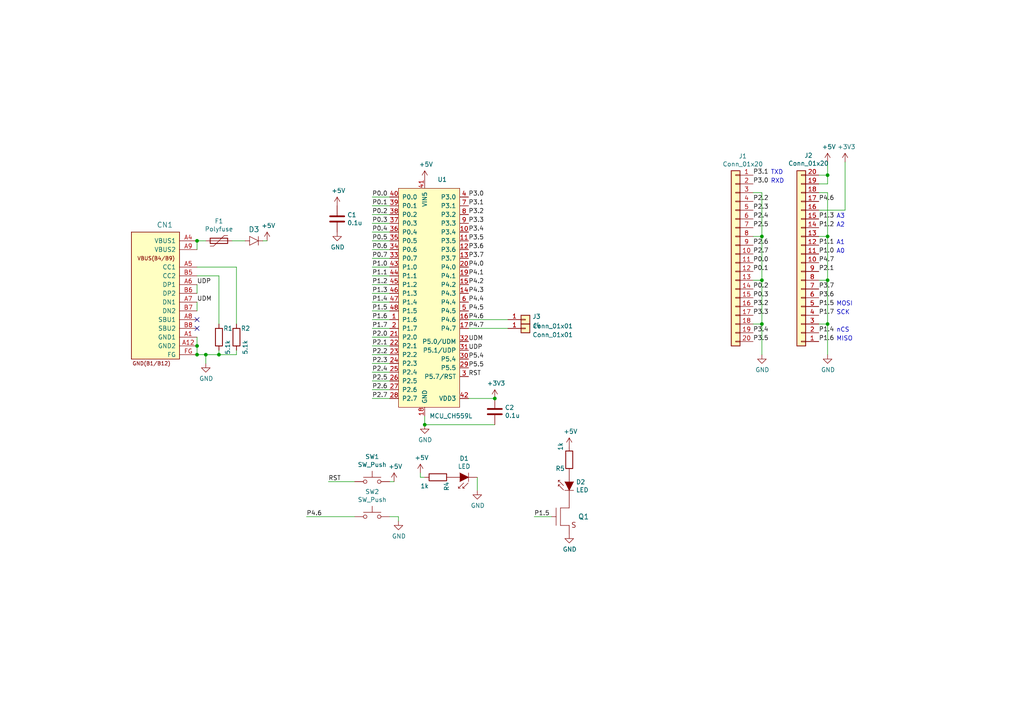
<source format=kicad_sch>
(kicad_sch (version 20211123) (generator eeschema)
  (paper "A4")
  (lib_symbols
    (symbol "Connector_Generic:Conn_01x01" (pin_names (offset 1.016) hide)
      (property "Reference" "J" (at 0 2.54 0))
      (property "Value" "Conn_01x01" (at 0 -2.54 0))
      (symbol "Conn_01x01_1_1"
        (rectangle (start -1.27 0.127) (end 0 -0.127) (stroke (width 0.1524)))
        (rectangle (start -1.27 1.27) (end 1.27 -1.27) (stroke (width 0.254)) (fill (type background)))
        (pin passive line (at -5.08 0 0) (length 3.81) (name "Pin_1") (number "1"))
      )
    )
    (symbol "Connector_Generic:Conn_01x20" (pin_names (offset 1.016) hide)
      (property "Reference" "J" (at 0 25.4 0))
      (property "Value" "Conn_01x20" (at 0 -27.94 0))
      (symbol "Conn_01x20_1_1"
        (rectangle (start -1.27 -25.273) (end 0 -25.527) (stroke (width 0.1524)))
        (rectangle (start -1.27 -22.733) (end 0 -22.987) (stroke (width 0.1524)))
        (rectangle (start -1.27 -20.193) (end 0 -20.447) (stroke (width 0.1524)))
        (rectangle (start -1.27 -17.653) (end 0 -17.907) (stroke (width 0.1524)))
        (rectangle (start -1.27 -15.113) (end 0 -15.367) (stroke (width 0.1524)))
        (rectangle (start -1.27 -12.573) (end 0 -12.827) (stroke (width 0.1524)))
        (rectangle (start -1.27 -10.033) (end 0 -10.287) (stroke (width 0.1524)))
        (rectangle (start -1.27 -7.493) (end 0 -7.747) (stroke (width 0.1524)))
        (rectangle (start -1.27 -4.953) (end 0 -5.207) (stroke (width 0.1524)))
        (rectangle (start -1.27 -2.413) (end 0 -2.667) (stroke (width 0.1524)))
        (rectangle (start -1.27 0.127) (end 0 -0.127) (stroke (width 0.1524)))
        (rectangle (start -1.27 2.667) (end 0 2.413) (stroke (width 0.1524)))
        (rectangle (start -1.27 5.207) (end 0 4.953) (stroke (width 0.1524)))
        (rectangle (start -1.27 7.747) (end 0 7.493) (stroke (width 0.1524)))
        (rectangle (start -1.27 10.287) (end 0 10.033) (stroke (width 0.1524)))
        (rectangle (start -1.27 12.827) (end 0 12.573) (stroke (width 0.1524)))
        (rectangle (start -1.27 15.367) (end 0 15.113) (stroke (width 0.1524)))
        (rectangle (start -1.27 17.907) (end 0 17.653) (stroke (width 0.1524)))
        (rectangle (start -1.27 20.447) (end 0 20.193) (stroke (width 0.1524)))
        (rectangle (start -1.27 22.987) (end 0 22.733) (stroke (width 0.1524)))
        (rectangle (start -1.27 24.13) (end 1.27 -26.67) (stroke (width 0.254)) (fill (type background)))
        (pin passive line (at -5.08 22.86 0) (length 3.81) (name "Pin_1") (number "1"))
        (pin passive line (at -5.08 0 0) (length 3.81) (name "Pin_10") (number "10"))
        (pin passive line (at -5.08 -2.54 0) (length 3.81) (name "Pin_11") (number "11"))
        (pin passive line (at -5.08 -5.08 0) (length 3.81) (name "Pin_12") (number "12"))
        (pin passive line (at -5.08 -7.62 0) (length 3.81) (name "Pin_13") (number "13"))
        (pin passive line (at -5.08 -10.16 0) (length 3.81) (name "Pin_14") (number "14"))
        (pin passive line (at -5.08 -12.7 0) (length 3.81) (name "Pin_15") (number "15"))
        (pin passive line (at -5.08 -15.24 0) (length 3.81) (name "Pin_16") (number "16"))
        (pin passive line (at -5.08 -17.78 0) (length 3.81) (name "Pin_17") (number "17"))
        (pin passive line (at -5.08 -20.32 0) (length 3.81) (name "Pin_18") (number "18"))
        (pin passive line (at -5.08 -22.86 0) (length 3.81) (name "Pin_19") (number "19"))
        (pin passive line (at -5.08 20.32 0) (length 3.81) (name "Pin_2") (number "2"))
        (pin passive line (at -5.08 -25.4 0) (length 3.81) (name "Pin_20") (number "20"))
        (pin passive line (at -5.08 17.78 0) (length 3.81) (name "Pin_3") (number "3"))
        (pin passive line (at -5.08 15.24 0) (length 3.81) (name "Pin_4") (number "4"))
        (pin passive line (at -5.08 12.7 0) (length 3.81) (name "Pin_5") (number "5"))
        (pin passive line (at -5.08 10.16 0) (length 3.81) (name "Pin_6") (number "6"))
        (pin passive line (at -5.08 7.62 0) (length 3.81) (name "Pin_7") (number "7"))
        (pin passive line (at -5.08 5.08 0) (length 3.81) (name "Pin_8") (number "8"))
        (pin passive line (at -5.08 2.54 0) (length 3.81) (name "Pin_9") (number "9"))
      )
    )
    (symbol "Device:C" (pin_numbers hide) (pin_names (offset 0.254))
      (property "Reference" "C" (at 0.635 2.54 0))
      (property "Value" "C" (at 0.635 -2.54 0))
      (symbol "C_0_1"
        (polyline (pts (xy -2.032 -0.762) (xy 2.032 -0.762)) (stroke (width 0.508)))
        (polyline (pts (xy -2.032 0.762) (xy 2.032 0.762)) (stroke (width 0.508)))
      )
      (symbol "C_1_1"
        (pin passive line (at 0 3.81 270) (length 2.794) (name "~") (number "1"))
        (pin passive line (at 0 -3.81 90) (length 2.794) (name "~") (number "2"))
      )
    )
    (symbol "Device:Polyfuse" (pin_numbers hide) (pin_names (offset 0))
      (property "Reference" "F" (at -2.54 0 90))
      (property "Value" "Polyfuse" (at 2.54 0 90))
      (symbol "Polyfuse_0_1"
        (rectangle (start -0.762 2.54) (end 0.762 -2.54) (stroke (width 0.254)))
        (polyline (pts (xy 0 2.54) (xy 0 -2.54)))
        (polyline (pts (xy -1.524 2.54) (xy -1.524 1.524) (xy 1.524 -1.524) (xy 1.524 -2.54)))
      )
      (symbol "Polyfuse_1_1"
        (pin passive line (at 0 3.81 270) (length 1.27) (name "~") (number "1"))
        (pin passive line (at 0 -3.81 90) (length 1.27) (name "~") (number "2"))
      )
    )
    (symbol "Device:R" (pin_numbers hide) (pin_names (offset 0))
      (property "Reference" "R" (at 2.032 0 90))
      (property "Value" "R" (at 0 0 90))
      (symbol "R_0_1"
        (rectangle (start -1.016 -2.54) (end 1.016 2.54) (stroke (width 0.254)))
      )
      (symbol "R_1_1"
        (pin passive line (at 0 3.81 270) (length 1.27) (name "~") (number "1"))
        (pin passive line (at 0 -3.81 90) (length 1.27) (name "~") (number "2"))
      )
    )
    (symbol "Switch:SW_Push" (pin_numbers hide) (pin_names (offset 1.016) hide)
      (property "Reference" "SW" (at 1.27 2.54 0))
      (property "Value" "SW_Push" (at 0 -1.524 0))
      (symbol "SW_Push_0_1"
        (circle (center -2.032 0) (radius 0.508))
        (polyline (pts (xy 0 1.27) (xy 0 3.048)))
        (polyline (pts (xy 2.54 1.27) (xy -2.54 1.27)))
        (circle (center 2.032 0) (radius 0.508))
        (pin passive line (at -5.08 0 0) (length 2.54) (name "1") (number "1"))
        (pin passive line (at 5.08 0 180) (length 2.54) (name "2") (number "2"))
      )
    )
    (symbol "akita:CON_USB-C-16" (pin_names (offset 1.016))
      (property "Reference" "CN" (at -7.62 20.32 0))
      (symbol "CON_USB-C-16_1_0"
        (text "GND(B1/B12)" (at -5.08 -17.78 0) (effects (font (size 1.0668 1.0668)) (justify left)))
        (text "VBUS(B4/B9)" (at -6.35 12.7 0) (effects (font (size 1.0668 1.0668)) (justify left)))
        (pin bidirectional line (at -12.7 -10.16 0) (length 5.08) (name "GND1") (number "A1"))
        (pin bidirectional line (at -12.7 -12.7 0) (length 5.08) (name "GND2") (number "A12"))
        (pin bidirectional line (at -12.7 17.78 0) (length 5.08) (name "VBUS1") (number "A4"))
        (pin bidirectional line (at -12.7 10.16 0) (length 5.08) (name "CC1") (number "A5"))
        (pin bidirectional line (at -12.7 5.08 0) (length 5.08) (name "DP1") (number "A6"))
        (pin bidirectional line (at -12.7 0 0) (length 5.08) (name "DN1") (number "A7"))
        (pin bidirectional line (at -12.7 -5.08 0) (length 5.08) (name "SBU1") (number "A8"))
        (pin bidirectional line (at -12.7 15.24 0) (length 5.08) (name "VBUS2") (number "A9"))
        (pin bidirectional line (at -12.7 7.62 0) (length 5.08) (name "CC2") (number "B5"))
        (pin bidirectional line (at -12.7 2.54 0) (length 5.08) (name "DP2") (number "B6"))
        (pin bidirectional line (at -12.7 -2.54 0) (length 5.08) (name "DN2") (number "B7"))
        (pin bidirectional line (at -12.7 -7.62 0) (length 5.08) (name "SBU2") (number "B8"))
      )
      (symbol "CON_USB-C-16_1_1"
        (rectangle (start -7.62 20.32) (end 6.35 -16.51) (stroke (width 0.2032)) (fill (type background)))
        (pin power_in line (at -12.7 -15.24 0) (length 5.08) (name "FG") (number "FG"))
      )
    )
    (symbol "akita:DIODE" (pin_names (offset 1.016))
      (property "Reference" "D" (at -2.54 2.54 0))
      (symbol "DIODE_1_0"
        (polyline (pts (xy -2.54 0) (xy -1.27 0)))
        (polyline (pts (xy -1.27 -1.27) (xy 1.27 0)))
        (polyline (pts (xy -1.27 0) (xy -1.27 -1.27)))
        (polyline (pts (xy -1.27 1.27) (xy -1.27 0)))
        (polyline (pts (xy 1.27 0) (xy -1.27 1.27)))
        (polyline (pts (xy 1.27 0) (xy 1.27 -1.27)))
        (polyline (pts (xy 1.27 1.27) (xy 1.27 0)))
        (polyline (pts (xy 2.54 0) (xy 1.27 0)))
        (pin passive line (at -2.54 0 0) (length 0) (name "A") (number "A"))
        (pin passive line (at 2.54 0 180) (length 0) (name "K") (number "K"))
      )
    )
    (symbol "akita:LED" (pin_numbers hide) (pin_names (offset 1.016) hide)
      (property "Reference" "D" (at 0.508 1.778 0))
      (property "Value" "LED" (at -1.016 -2.794 0))
      (symbol "LED_0_1"
        (polyline (pts (xy -2.54 1.27) (xy -2.54 -1.27)) (stroke (width 0.1524)))
        (polyline (pts (xy 0.381 3.175) (xy -0.127 3.175)))
        (polyline (pts (xy -1.143 1.651) (xy 0.381 3.175) (xy 0.381 2.667)))
        (polyline (pts (xy 0 1.27) (xy -2.54 0) (xy 0 -1.27)) (fill (type outline)))
        (polyline (pts (xy -2.413 1.651) (xy -0.889 3.175) (xy -0.889 2.667) (xy -0.889 3.175) (xy -1.397 3.175)))
      )
      (symbol "LED_1_1"
        (pin passive line (at -5.08 0 0) (length 2.54) (name "K") (number "1"))
        (pin passive line (at 2.54 0 180) (length 2.54) (name "A") (number "2"))
      )
    )
    (symbol "akita:MCU_CH559L" (pin_names (offset 1.016))
      (property "Reference" "U" (at 3.81 31.75 0))
      (property "Value" "MCU_CH559L" (at 7.62 -31.75 0))
      (symbol "MCU_CH559L_0_1"
        (rectangle (start -7.62 30.48) (end 10.16 -33.02) (fill (type background)))
      )
      (symbol "MCU_CH559L_1_1"
        (pin input line (at -10.16 -7.62 0) (length 2.54) (name "P1.6") (number "1"))
        (pin input line (at 12.7 17.78 180) (length 2.54) (name "P3.4") (number "10"))
        (pin input line (at 12.7 15.24 180) (length 2.54) (name "P3.5") (number "11"))
        (pin input line (at 12.7 12.7 180) (length 2.54) (name "P3.6") (number "12"))
        (pin input line (at 12.7 10.16 180) (length 2.54) (name "P3.7") (number "13"))
        (pin input line (at 12.7 0 180) (length 2.54) (name "P4.3") (number "14"))
        (pin input line (at 12.7 2.54 180) (length 2.54) (name "P4.2") (number "15"))
        (pin input line (at 12.7 -7.62 180) (length 2.54) (name "P4.6") (number "16"))
        (pin input line (at 12.7 -10.16 180) (length 2.54) (name "P4.7") (number "17"))
        (pin power_in line (at 0 -35.56 90) (length 2.54) (name "GND") (number "18"))
        (pin input line (at 12.7 5.08 180) (length 2.54) (name "P4.1") (number "19"))
        (pin input line (at -10.16 -10.16 0) (length 2.54) (name "P1.7") (number "2"))
        (pin input line (at 12.7 7.62 180) (length 2.54) (name "P4.0") (number "20"))
        (pin input line (at -10.16 -12.7 0) (length 2.54) (name "P2.0") (number "21"))
        (pin input line (at -10.16 -15.24 0) (length 2.54) (name "P2.1") (number "22"))
        (pin input line (at -10.16 -17.78 0) (length 2.54) (name "P2.2") (number "23"))
        (pin input line (at -10.16 -20.32 0) (length 2.54) (name "P2.3") (number "24"))
        (pin input line (at -10.16 -22.86 0) (length 2.54) (name "P2.4") (number "25"))
        (pin input line (at -10.16 -25.4 0) (length 2.54) (name "P2.5") (number "26"))
        (pin input line (at -10.16 -27.94 0) (length 2.54) (name "P2.6") (number "27"))
        (pin input line (at -10.16 -30.48 0) (length 2.54) (name "P2.7") (number "28"))
        (pin input line (at 12.7 -21.59 180) (length 2.54) (name "P5.5") (number "29"))
        (pin input line (at 12.7 -24.13 180) (length 2.54) (name "P5.7/RST") (number "3"))
        (pin input line (at 12.7 -19.05 180) (length 2.54) (name "P5.4") (number "30"))
        (pin input line (at 12.7 -16.51 180) (length 2.54) (name "P5.1/UDP") (number "31"))
        (pin input line (at 12.7 -13.97 180) (length 2.54) (name "P5.0/UDM") (number "32"))
        (pin input line (at -10.16 10.16 0) (length 2.54) (name "P0.7") (number "33"))
        (pin input line (at -10.16 12.7 0) (length 2.54) (name "P0.6") (number "34"))
        (pin input line (at -10.16 15.24 0) (length 2.54) (name "P0.5") (number "35"))
        (pin input line (at -10.16 17.78 0) (length 2.54) (name "P0.4") (number "36"))
        (pin input line (at -10.16 20.32 0) (length 2.54) (name "P0.3") (number "37"))
        (pin input line (at -10.16 22.86 0) (length 2.54) (name "P0.2") (number "38"))
        (pin input line (at -10.16 25.4 0) (length 2.54) (name "P0.1") (number "39"))
        (pin input line (at 12.7 27.94 180) (length 2.54) (name "P3.0") (number "4"))
        (pin input line (at -10.16 27.94 0) (length 2.54) (name "P0.0") (number "40"))
        (pin power_in line (at 0 33.02 270) (length 2.54) (name "VIN5") (number "41"))
        (pin power_out line (at 12.7 -30.48 180) (length 2.54) (name "VDD3") (number "42"))
        (pin input line (at -10.16 7.62 0) (length 2.54) (name "P1.0") (number "43"))
        (pin input line (at -10.16 5.08 0) (length 2.54) (name "P1.1") (number "44"))
        (pin input line (at -10.16 2.54 0) (length 2.54) (name "P1.2") (number "45"))
        (pin input line (at -10.16 0 0) (length 2.54) (name "P1.3") (number "46"))
        (pin input line (at -10.16 -2.54 0) (length 2.54) (name "P1.4") (number "47"))
        (pin input line (at -10.16 -5.08 0) (length 2.54) (name "P1.5") (number "48"))
        (pin input line (at 12.7 -5.08 180) (length 2.54) (name "P4.5") (number "5"))
        (pin input line (at 12.7 -2.54 180) (length 2.54) (name "P4.4") (number "6"))
        (pin input line (at 12.7 25.4 180) (length 2.54) (name "P3.1") (number "7"))
        (pin input line (at 12.7 22.86 180) (length 2.54) (name "P3.2") (number "8"))
        (pin input line (at 12.7 20.32 180) (length 2.54) (name "P3.3") (number "9"))
      )
    )
    (symbol "akita:TR_NMOS_IRLML6344" (pin_names (offset 1.016))
      (property "Reference" "Q" (at 3.048 0.508 0))
      (symbol "TR_NMOS_IRLML6344_1_0"
        (polyline (pts (xy -2.54 0) (xy -1.27 0)))
        (polyline (pts (xy -1.27 2.54) (xy -1.27 -2.54)))
        (polyline (pts (xy 0 -2.54) (xy 2.54 -2.54)))
        (polyline (pts (xy 0 2.54) (xy 0 -2.54)))
        (polyline (pts (xy 2.54 2.54) (xy 0 2.54)))
        (text "S" (at 3.048 -3.302 0) (effects (font (size 1.4986 1.4986)) (justify left bottom)))
        (pin bidirectional line (at -2.54 0 0) (length 0) (name "G") (number "1"))
        (pin bidirectional line (at 2.54 -5.08 90) (length 2.54) (name "S") (number "2"))
        (pin bidirectional line (at 2.54 5.08 270) (length 2.54) (name "D") (number "3"))
      )
    )
    (symbol "power:+3V3" (power) (pin_names (offset 0))
      (property "Value" "+3V3" (at 0 3.556 0))
      (symbol "+3V3_0_1"
        (polyline (pts (xy -0.762 1.27) (xy 0 2.54)))
        (polyline (pts (xy 0 0) (xy 0 2.54)))
        (polyline (pts (xy 0 2.54) (xy 0.762 1.27)))
      )
      (symbol "+3V3_1_1"
        (pin power_in line (at 0 0 90) (length 0) hide (name "+3V3") (number "1"))
      )
    )
    (symbol "power:+5V" (power) (pin_names (offset 0))
      (property "Value" "+5V" (at 0 3.556 0))
      (symbol "+5V_0_1"
        (polyline (pts (xy -0.762 1.27) (xy 0 2.54)))
        (polyline (pts (xy 0 0) (xy 0 2.54)))
        (polyline (pts (xy 0 2.54) (xy 0.762 1.27)))
      )
      (symbol "+5V_1_1"
        (pin power_in line (at 0 0 90) (length 0) hide (name "+5V") (number "1"))
      )
    )
    (symbol "power:GND" (power) (pin_names (offset 0))
      (property "Value" "GND" (at 0 -3.81 0))
      (symbol "GND_0_1"
        (polyline (pts (xy 0 0) (xy 0 -1.27) (xy 1.27 -1.27) (xy 0 -2.54) (xy -1.27 -1.27) (xy 0 -1.27)))
      )
      (symbol "GND_1_1"
        (pin power_in line (at 0 0 270) (length 0) hide (name "GND") (number "1"))
      )
    )
  )
  (junction (at 63.5 102.87))
  (junction (at 220.98 81.28))
  (junction (at 220.98 93.98))
  (junction (at 240.03 68.58))
  (junction (at 220.98 68.58))
  (junction (at 57.15 69.85))
  (junction (at 57.15 102.87))
  (junction (at 240.03 81.28))
  (junction (at 59.69 102.87))
  (junction (at 240.03 93.98))
  (junction (at 143.51 115.57))
  (junction (at 123.19 123.19))
  (junction (at 57.15 100.33))
  (junction (at 240.03 50.8))
  (no_connect (at 57.15 95.25))
  (no_connect (at 57.15 92.71))
  (wire (pts (xy 63.5 102.87) (xy 68.58 102.87)))
  (wire (pts (xy 76.2 69.85) (xy 77.47 69.85)))
  (wire (pts (xy 237.49 50.8) (xy 240.03 50.8)))
  (wire (pts (xy 240.03 53.34) (xy 240.03 50.8)))
  (wire (pts (xy 113.03 82.55) (xy 107.95 82.55)))
  (wire (pts (xy 135.89 92.71) (xy 147.32 92.71)))
  (wire (pts (xy 135.89 115.57) (xy 143.51 115.57)))
  (wire (pts (xy 107.95 59.69) (xy 113.03 59.69)))
  (wire (pts (xy 107.95 85.09) (xy 113.03 85.09)))
  (wire (pts (xy 220.98 68.58) (xy 220.98 81.28)))
  (wire (pts (xy 240.03 55.88) (xy 240.03 68.58)))
  (wire (pts (xy 113.03 87.63) (xy 107.95 87.63)))
  (wire (pts (xy 237.49 55.88) (xy 240.03 55.88)))
  (wire (pts (xy 107.95 105.41) (xy 113.03 105.41)))
  (wire (pts (xy 59.69 105.41) (xy 59.69 102.87)))
  (wire (pts (xy 57.15 77.47) (xy 68.58 77.47)))
  (wire (pts (xy 107.95 64.77) (xy 113.03 64.77)))
  (wire (pts (xy 57.15 90.17) (xy 57.15 87.63)))
  (wire (pts (xy 115.57 149.86) (xy 115.57 151.13)))
  (wire (pts (xy 240.03 50.8) (xy 240.03 46.99)))
  (wire (pts (xy 107.95 115.57) (xy 113.03 115.57)))
  (wire (pts (xy 63.5 102.87) (xy 63.5 101.6)))
  (wire (pts (xy 63.5 80.01) (xy 63.5 93.98)))
  (wire (pts (xy 218.44 93.98) (xy 220.98 93.98)))
  (wire (pts (xy 240.03 68.58) (xy 240.03 81.28)))
  (wire (pts (xy 218.44 68.58) (xy 220.98 68.58)))
  (wire (pts (xy 220.98 93.98) (xy 220.98 102.87)))
  (wire (pts (xy 102.87 139.7) (xy 95.25 139.7)))
  (wire (pts (xy 113.03 62.23) (xy 107.95 62.23)))
  (wire (pts (xy 59.69 69.85) (xy 57.15 69.85)))
  (wire (pts (xy 107.95 100.33) (xy 113.03 100.33)))
  (wire (pts (xy 113.03 72.39) (xy 107.95 72.39)))
  (wire (pts (xy 113.03 102.87) (xy 107.95 102.87)))
  (wire (pts (xy 68.58 77.47) (xy 68.58 93.98)))
  (wire (pts (xy 220.98 55.88) (xy 220.98 68.58)))
  (wire (pts (xy 113.03 139.7) (xy 114.3 139.7)))
  (wire (pts (xy 113.03 67.31) (xy 107.95 67.31)))
  (wire (pts (xy 113.03 107.95) (xy 107.95 107.95)))
  (wire (pts (xy 135.89 95.25) (xy 147.32 95.25)))
  (wire (pts (xy 113.03 77.47) (xy 107.95 77.47)))
  (wire (pts (xy 57.15 80.01) (xy 63.5 80.01)))
  (wire (pts (xy 123.19 123.19) (xy 143.51 123.19)))
  (wire (pts (xy 113.03 149.86) (xy 115.57 149.86)))
  (wire (pts (xy 107.95 95.25) (xy 113.03 95.25)))
  (wire (pts (xy 218.44 81.28) (xy 220.98 81.28)))
  (wire (pts (xy 113.03 97.79) (xy 107.95 97.79)))
  (wire (pts (xy 57.15 72.39) (xy 57.15 69.85)))
  (wire (pts (xy 218.44 55.88) (xy 220.98 55.88)))
  (wire (pts (xy 220.98 81.28) (xy 220.98 93.98)))
  (wire (pts (xy 245.11 60.96) (xy 245.11 46.99)))
  (wire (pts (xy 113.03 92.71) (xy 107.95 92.71)))
  (wire (pts (xy 138.43 142.24) (xy 138.43 138.43)))
  (wire (pts (xy 237.49 60.96) (xy 245.11 60.96)))
  (wire (pts (xy 240.03 81.28) (xy 240.03 93.98)))
  (wire (pts (xy 237.49 53.34) (xy 240.03 53.34)))
  (wire (pts (xy 68.58 102.87) (xy 68.58 101.6)))
  (wire (pts (xy 107.95 110.49) (xy 113.03 110.49)))
  (wire (pts (xy 88.9 149.86) (xy 102.87 149.86)))
  (wire (pts (xy 107.95 74.93) (xy 113.03 74.93)))
  (wire (pts (xy 57.15 85.09) (xy 57.15 82.55)))
  (wire (pts (xy 237.49 68.58) (xy 240.03 68.58)))
  (wire (pts (xy 237.49 93.98) (xy 240.03 93.98)))
  (wire (pts (xy 107.95 90.17) (xy 113.03 90.17)))
  (wire (pts (xy 240.03 93.98) (xy 240.03 102.87)))
  (wire (pts (xy 57.15 100.33) (xy 57.15 102.87)))
  (wire (pts (xy 107.95 69.85) (xy 113.03 69.85)))
  (wire (pts (xy 113.03 113.03) (xy 107.95 113.03)))
  (wire (pts (xy 59.69 102.87) (xy 63.5 102.87)))
  (wire (pts (xy 67.31 69.85) (xy 71.12 69.85)))
  (wire (pts (xy 57.15 97.79) (xy 57.15 100.33)))
  (wire (pts (xy 237.49 81.28) (xy 240.03 81.28)))
  (wire (pts (xy 107.95 80.01) (xy 113.03 80.01)))
  (wire (pts (xy 160.02 149.86) (xy 154.94 149.86)))
  (wire (pts (xy 123.19 123.19) (xy 123.19 120.65)))
  (wire (pts (xy 123.19 138.43) (xy 121.92 138.43)))
  (wire (pts (xy 121.92 138.43) (xy 121.92 137.16)))
  (wire (pts (xy 113.03 57.15) (xy 107.95 57.15)))
  (wire (pts (xy 57.15 102.87) (xy 59.69 102.87)))
  (text "RXD\n" (at 223.52 53.34 0) (effects (font (size 1.27 1.27)) (justify left bottom)))
  (text "SCK" (at 242.57 91.44 0) (effects (font (size 1.27 1.27)) (justify left bottom)))
  (text "A3" (at 242.57 63.5 0) (effects (font (size 1.27 1.27)) (justify left bottom)))
  (text "A1" (at 242.57 71.12 0) (effects (font (size 1.27 1.27)) (justify left bottom)))
  (text "MOSI" (at 242.57 88.9 0) (effects (font (size 1.27 1.27)) (justify left bottom)))
  (text "nCS" (at 242.57 96.52 0) (effects (font (size 1.27 1.27)) (justify left bottom)))
  (text "A0" (at 242.57 73.66 0) (effects (font (size 1.27 1.27)) (justify left bottom)))
  (text "A2" (at 242.57 66.04 0) (effects (font (size 1.27 1.27)) (justify left bottom)))
  (text "MISO" (at 242.57 99.06 0) (effects (font (size 1.27 1.27)) (justify left bottom)))
  (text "TXD" (at 223.52 50.8 0) (effects (font (size 1.27 1.27)) (justify left bottom)))
  (label "P3.3" (at 218.44 91.44 0))
  (label "P0.4" (at 107.95 67.31 0))
  (label "RST" (at 95.25 139.7 0))
  (label "P1.2" (at 237.49 66.04 0))
  (label "P1.5" (at 107.95 90.17 0))
  (label "P2.3" (at 107.95 105.41 0))
  (label "P2.4" (at 218.44 63.5 0))
  (label "P1.0" (at 107.95 77.47 0))
  (label "P4.3" (at 135.89 85.09 0))
  (label "P1.1" (at 107.95 80.01 0))
  (label "P1.6" (at 237.49 99.06 0))
  (label "UDP" (at 57.15 82.55 0))
  (label "P3.0" (at 135.89 57.15 0))
  (label "P0.5" (at 107.95 69.85 0))
  (label "P1.2" (at 107.95 82.55 0))
  (label "P2.5" (at 107.95 110.49 0))
  (label "UDM" (at 135.89 99.06 0))
  (label "P0.3" (at 218.44 86.36 0))
  (label "P3.3" (at 135.89 64.77 0))
  (label "P4.6" (at 88.9 149.86 0))
  (label "P3.2" (at 135.89 62.23 0))
  (label "UDM" (at 57.15 87.63 0))
  (label "P1.4" (at 107.95 87.63 0))
  (label "P1.3" (at 237.49 63.5 0))
  (label "P3.2" (at 218.44 88.9 0))
  (label "P1.1" (at 237.49 71.12 0))
  (label "P4.7" (at 135.89 95.25 0))
  (label "P2.7" (at 218.44 73.66 0))
  (label "P2.0" (at 107.95 97.79 0))
  (label "P3.1" (at 135.89 59.69 0))
  (label "P3.7" (at 135.89 74.93 0))
  (label "P0.0" (at 218.44 76.2 0))
  (label "P0.1" (at 107.95 59.69 0))
  (label "P1.7" (at 107.95 95.25 0))
  (label "P4.5" (at 135.89 90.17 0))
  (label "P3.0" (at 218.44 53.34 0))
  (label "P3.7" (at 237.49 83.82 0))
  (label "P1.0" (at 237.49 73.66 0))
  (label "P0.2" (at 218.44 83.82 0))
  (label "P3.5" (at 218.44 99.06 0))
  (label "P4.0" (at 135.89 77.47 0))
  (label "P4.2" (at 135.89 82.55 0))
  (label "P3.5" (at 135.89 69.85 0))
  (label "P1.3" (at 107.95 85.09 0))
  (label "P1.5" (at 237.49 88.9 0))
  (label "P2.4" (at 107.95 107.95 0))
  (label "P3.6" (at 237.49 86.36 0))
  (label "P0.2" (at 107.95 62.23 0))
  (label "P2.3" (at 218.44 60.96 0))
  (label "P3.6" (at 135.89 72.39 0))
  (label "P1.6" (at 107.95 92.71 0))
  (label "P5.4" (at 135.89 104.14 0))
  (label "P2.2" (at 107.95 102.87 0))
  (label "P0.0" (at 107.95 57.15 0))
  (label "P1.7" (at 237.49 91.44 0))
  (label "P4.1" (at 135.89 80.01 0))
  (label "P4.7" (at 237.49 76.2 0))
  (label "P0.6" (at 107.95 72.39 0))
  (label "P2.5" (at 218.44 66.04 0))
  (label "P2.2" (at 218.44 58.42 0))
  (label "P0.1" (at 218.44 78.74 0))
  (label "P4.6" (at 237.49 58.42 0))
  (label "UDP" (at 135.89 101.6 0))
  (label "P1.4" (at 237.49 96.52 0))
  (label "P4.6" (at 135.89 92.71 0))
  (label "P4.4" (at 135.89 87.63 0))
  (label "P2.1" (at 107.95 100.33 0))
  (label "P3.4" (at 218.44 96.52 0))
  (label "RST" (at 135.89 109.22 0))
  (label "P2.6" (at 107.95 113.03 0))
  (label "P3.1" (at 218.44 50.8 0))
  (label "P5.5" (at 135.89 106.68 0))
  (label "P0.3" (at 107.95 64.77 0))
  (label "P2.6" (at 218.44 71.12 0))
  (label "P2.7" (at 107.95 115.57 0))
  (label "P2.1" (at 237.49 78.74 0))
  (label "P0.7" (at 107.95 74.93 0))
  (label "P3.4" (at 135.89 67.31 0))
  (label "P1.5" (at 154.94 149.86 0))
  (symbol (lib_id "akita:MCU_CH559L") (at 123.19 85.09 0) (unit 1)
    (property "Reference" "U1" (at 128.27 52.07 0))
    (property "Value" "MCU_CH559L" (at 130.81 120.65 0))
    (property "Footprint" "Package_QFP:LQFP-48_7x7mm_P0.5mm" (effects hide))
    (property "LCSC" "C150548" (effects hide))
  )
  (symbol (lib_id "akita:CON_USB-C-16") (at 44.45 87.63 0) (mirror y) (unit 1)
    (property "Reference" "CN1" (at 47.8028 65.2272 0) (effects (font (size 1.4986 1.4986))))
    (property "Value" "CON_USB-C-16" (effects hide))
    (property "Footprint" "akita:USB-C_16P_TH" (effects hide))
    (property "LCSC" "C165948" (effects hide))
  )
  (symbol (lib_id "Device:R") (at 63.5 97.79 0) (unit 1)
    (property "Reference" "R1" (at 64.77 95.25 0) (effects (justify left)))
    (property "Value" "5.1k" (at 66.04 102.87 90) (effects (justify left)))
    (property "Footprint" "Resistor_SMD:R_0603_1608Metric" (effects hide))
    (property "LCSC" "C23186" (effects hide))
  )
  (symbol (lib_id "Device:C") (at 143.51 119.38 0) (unit 1)
    (property "Reference" "C2" (at 146.431 118.2116 0) (effects (justify left)))
    (property "Value" "0.1u" (at 146.431 120.523 0) (effects (justify left)))
    (property "Footprint" "Capacitor_SMD:C_0603_1608Metric" (effects hide))
    (property "LCSC" "C14663" (effects hide))
  )
  (symbol (lib_id "power:+5V") (at 123.19 52.07 0) (unit 1)
    (property "Reference" "#PWR08" (effects hide))
    (property "Value" "+5V" (at 123.571 47.6758 0))
  )
  (symbol (lib_id "power:GND") (at 123.19 123.19 0) (unit 1)
    (property "Reference" "#PWR09" (effects hide))
    (property "Value" "GND" (at 123.317 127.5842 0))
  )
  (symbol (lib_id "power:+3V3") (at 143.51 115.57 0) (unit 1)
    (property "Reference" "#PWR010" (effects hide))
    (property "Value" "+3V3" (at 143.891 111.1758 0))
  )
  (symbol (lib_id "Connector_Generic:Conn_01x20") (at 213.36 73.66 0) (mirror y) (unit 1)
    (property "Reference" "J1" (at 215.4428 45.2882 0))
    (property "Value" "Conn_01x20" (at 215.4428 47.5996 0))
    (property "Footprint" "akita:Socker2.54mm_20p_OvalPad" (effects hide))
  )
  (symbol (lib_id "Connector_Generic:Conn_01x20") (at 232.41 76.2 180) (unit 1)
    (property "Reference" "J2" (at 234.4928 45.085 0))
    (property "Value" "Conn_01x20" (at 234.4928 47.3964 0))
    (property "Footprint" "akita:Socker2.54mm_20p_OvalPad" (effects hide))
  )
  (symbol (lib_id "power:GND") (at 220.98 102.87 0) (unit 1)
    (property "Reference" "#PWR013" (effects hide))
    (property "Value" "GND" (at 221.107 107.2642 0))
  )
  (symbol (lib_id "power:GND") (at 240.03 102.87 0) (unit 1)
    (property "Reference" "#PWR015" (effects hide))
    (property "Value" "GND" (at 240.157 107.2642 0))
  )
  (symbol (lib_id "power:+5V") (at 240.03 46.99 0) (unit 1)
    (property "Reference" "#PWR014" (effects hide))
    (property "Value" "+5V" (at 240.411 42.5958 0))
  )
  (symbol (lib_id "power:+3V3") (at 245.11 46.99 0) (unit 1)
    (property "Reference" "#PWR016" (effects hide))
    (property "Value" "+3V3" (at 245.491 42.5958 0))
  )
  (symbol (lib_id "power:+5V") (at 77.47 69.85 0) (unit 1)
    (property "Reference" "#PWR02" (effects hide))
    (property "Value" "+5V" (at 77.851 65.4558 0))
  )
  (symbol (lib_id "power:GND") (at 59.69 105.41 0) (unit 1)
    (property "Reference" "#PWR01" (effects hide))
    (property "Value" "GND" (at 59.817 109.8042 0))
  )
  (symbol (lib_id "Device:R") (at 68.58 97.79 0) (unit 1)
    (property "Reference" "R2" (at 69.85 95.25 0) (effects (justify left)))
    (property "Value" "5.1k" (at 71.12 102.87 90) (effects (justify left)))
    (property "Footprint" "Resistor_SMD:R_0603_1608Metric" (effects hide))
    (property "LCSC" "C23186" (effects hide))
  )
  (symbol (lib_id "Device:Polyfuse") (at 63.5 69.85 270) (unit 1)
    (property "Reference" "F1" (at 63.5 64.135 90))
    (property "Value" "Polyfuse" (at 63.5 66.4464 90))
    (property "Footprint" "Resistor_SMD:R_1210_3225Metric" (effects hide))
    (property "LCSC" " C2982267" (effects hide))
  )
  (symbol (lib_id "Device:C") (at 97.79 63.5 0) (unit 1)
    (property "Reference" "C1" (at 100.711 62.3316 0) (effects (justify left)))
    (property "Value" "0.1u" (at 100.711 64.643 0) (effects (justify left)))
    (property "Footprint" "Capacitor_SMD:C_0603_1608Metric" (effects hide))
    (property "LCSC" "C14663" (effects hide))
  )
  (symbol (lib_id "power:GND") (at 97.79 67.31 0) (unit 1)
    (property "Reference" "#PWR04" (effects hide))
    (property "Value" "GND" (at 97.917 71.7042 0))
  )
  (symbol (lib_id "power:+5V") (at 97.79 59.69 0) (unit 1)
    (property "Reference" "#PWR03" (effects hide))
    (property "Value" "+5V" (at 98.171 55.2958 0))
  )
  (symbol (lib_id "Switch:SW_Push") (at 107.95 139.7 0) (unit 1)
    (property "Reference" "SW1" (at 107.95 132.461 0))
    (property "Value" "SW_Push" (at 107.95 134.7724 0))
    (property "Footprint" "Button_Switch_SMD:SW_Push_SPST_NO_Alps_SKRK" (effects hide))
    (property "LCSC" "C2837082" (effects hide))
  )
  (symbol (lib_id "power:+5V") (at 114.3 139.7 0) (unit 1)
    (property "Reference" "#PWR05" (effects hide))
    (property "Value" "+5V" (at 114.681 135.3058 0))
  )
  (symbol (lib_id "akita:LED") (at 133.35 138.43 180) (unit 1)
    (property "Reference" "D1" (at 134.62 132.969 0))
    (property "Value" "LED" (at 134.62 135.2804 0))
    (property "Footprint" "LED_SMD:LED_0603_1608Metric" (effects hide))
    (property "Datasheet" "http://www.osram-os.com/Graphics/XPic6/00029609_0.pdf/SFh%20460.pdf" (effects hide))
    (property "LCSC" "C165982" (effects hide))
  )
  (symbol (lib_id "akita:LED") (at 165.1 139.7 90) (unit 1)
    (property "Reference" "D2" (at 167.0558 139.8016 90) (effects (justify right)))
    (property "Value" "LED" (at 167.0558 142.113 90) (effects (justify right)))
    (property "Footprint" "LED_SMD:LED_0603_1608Metric" (effects hide))
    (property "Datasheet" "http://www.osram-os.com/Graphics/XPic6/00029609_0.pdf/SFh%20460.pdf" (effects hide))
    (property "LCSC" "C138546" (effects hide))
  )
  (symbol (lib_id "Device:R") (at 127 138.43 270) (unit 1)
    (property "Reference" "R4" (at 129.54 139.7 0) (effects (justify left)))
    (property "Value" "1k" (at 121.92 140.97 90) (effects (justify left)))
    (property "Footprint" "Resistor_SMD:R_0603_1608Metric" (effects hide))
    (property "LCSC" "C21190" (effects hide))
  )
  (symbol (lib_id "Device:R") (at 165.1 133.35 180) (unit 1)
    (property "Reference" "R5" (at 163.83 135.89 0) (effects (justify left)))
    (property "Value" "1k" (at 162.56 128.27 90) (effects (justify left)))
    (property "Footprint" "Resistor_SMD:R_0603_1608Metric" (effects hide))
    (property "LCSC" "C21190" (effects hide))
  )
  (symbol (lib_id "akita:TR_NMOS_IRLML6344") (at 162.56 149.86 0) (unit 1)
    (property "Reference" "Q1" (at 167.64 149.86 0) (effects (font (size 1.4986 1.4986)) (justify left)))
    (property "Value" "TR_NMOS_IRLML6344" (effects hide))
    (property "Footprint" "Package_TO_SOT_SMD:SOT-23" (effects hide))
    (property "LCSC" "C20917" (effects hide))
  )
  (symbol (lib_id "power:GND") (at 165.1 154.94 0) (unit 1)
    (property "Reference" "#PWR012" (effects hide))
    (property "Value" "GND" (at 165.227 159.3342 0))
  )
  (symbol (lib_id "power:+5V") (at 121.92 137.16 0) (unit 1)
    (property "Reference" "#PWR07" (effects hide))
    (property "Value" "+5V" (at 122.301 132.7658 0))
  )
  (symbol (lib_id "power:+5V") (at 165.1 129.54 0) (unit 1)
    (property "Reference" "#PWR011" (effects hide))
    (property "Value" "+5V" (at 165.481 125.1458 0))
  )
  (symbol (lib_id "Switch:SW_Push") (at 107.95 149.86 0) (unit 1)
    (property "Reference" "SW2" (at 107.95 142.621 0))
    (property "Value" "SW_Push" (at 107.95 144.9324 0))
    (property "Footprint" "Button_Switch_SMD:SW_Push_SPST_NO_Alps_SKRK" (effects hide))
    (property "LCSC" "C2837082" (effects hide))
  )
  (symbol (lib_id "akita:DIODE") (at 73.66 69.85 0) (unit 1)
    (property "Reference" "D3" (at 73.66 66.548 0) (effects (font (size 1.4986 1.4986))))
    (property "Value" "DIODE" (effects hide))
    (property "Footprint" "akita:D_SOD123FL" (effects hide))
    (property "LCSC" "C190475" (effects hide))
  )
  (symbol (lib_id "power:GND") (at 138.43 142.24 0) (unit 1)
    (property "Reference" "#PWR0101" (effects hide))
    (property "Value" "GND" (at 138.557 146.6342 0))
  )
  (symbol (lib_id "Connector_Generic:Conn_01x01") (at 152.4 95.25 0) (unit 1)
    (property "Reference" "J4" (at 154.432 94.3415 0) (effects (justify left)))
    (property "Value" "Conn_01x01" (at 154.432 97.1166 0) (effects (justify left)))
    (property "Footprint" "akita:Pad_SMD1.6mm" (effects hide))
  )
  (symbol (lib_id "power:GND") (at 115.57 151.13 0) (unit 1)
    (property "Reference" "#PWR0102" (effects hide))
    (property "Value" "GND" (at 115.697 155.5242 0))
  )
  (symbol (lib_id "Connector_Generic:Conn_01x01") (at 152.4 92.71 0) (unit 1)
    (property "Reference" "J3" (at 154.432 91.8015 0) (effects (justify left)))
    (property "Value" "Conn_01x01" (at 154.432 94.5766 0) (effects (justify left)))
    (property "Footprint" "akita:Pad_SMD1.6mm" (effects hide))
  )
)
</source>
